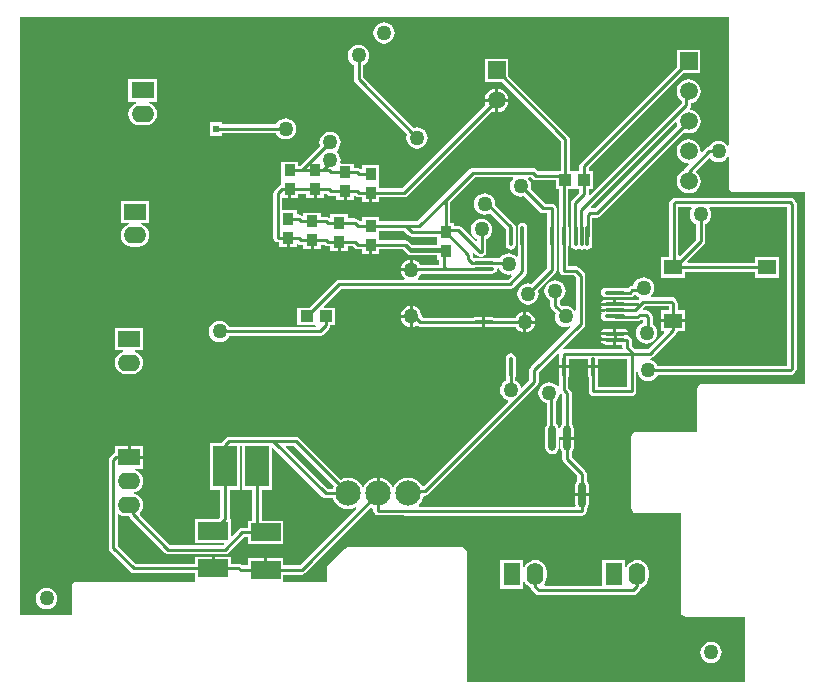
<source format=gbl>
G04*
G04 #@! TF.GenerationSoftware,Altium Limited,Altium Designer,19.1.5 (86)*
G04*
G04 Layer_Physical_Order=2*
G04 Layer_Color=16711680*
%FSLAX25Y25*%
%MOIN*%
G70*
G01*
G75*
%ADD16C,0.01000*%
%ADD17R,0.04134X0.03937*%
%ADD22O,0.02362X0.08661*%
%ADD23R,0.06122X0.05118*%
%ADD25R,0.02264X0.02441*%
%ADD43O,0.07087X0.01181*%
%ADD44O,0.01181X0.07087*%
%ADD45C,0.05906*%
%ADD46R,0.05906X0.05906*%
%ADD47O,0.07500X0.05500*%
%ADD48R,0.07500X0.05500*%
%ADD49O,0.05500X0.07500*%
%ADD50R,0.05500X0.07500*%
%ADD51C,0.08465*%
%ADD52C,0.05000*%
%ADD53R,0.07874X0.13780*%
%ADD54R,0.03740X0.03937*%
%ADD55R,0.09843X0.05906*%
G36*
X466471Y350007D02*
X465971Y349878D01*
X465496Y350496D01*
X464765Y351057D01*
X463914Y351410D01*
X463000Y351530D01*
X462086Y351410D01*
X461235Y351057D01*
X460504Y350496D01*
X459943Y349765D01*
X459845Y349529D01*
X459750D01*
X459165Y349413D01*
X458669Y349081D01*
X457420Y347833D01*
X456974Y348094D01*
X456851Y349032D01*
X456453Y349993D01*
X455819Y350819D01*
X454993Y351453D01*
X454032Y351851D01*
X453000Y351987D01*
X451968Y351851D01*
X451007Y351453D01*
X450181Y350819D01*
X449547Y349993D01*
X449149Y349032D01*
X449013Y348000D01*
X449149Y346968D01*
X449547Y346007D01*
X450181Y345181D01*
X451007Y344547D01*
X451968Y344149D01*
X452906Y344026D01*
X453167Y343580D01*
X451919Y342331D01*
X451587Y341835D01*
X451556Y341680D01*
X451007Y341453D01*
X450181Y340819D01*
X449547Y339993D01*
X449149Y339032D01*
X449013Y338000D01*
X449149Y336968D01*
X449547Y336007D01*
X450181Y335181D01*
X451007Y334547D01*
X451968Y334149D01*
X453000Y334013D01*
X454032Y334149D01*
X454993Y334547D01*
X455819Y335181D01*
X456453Y336007D01*
X456851Y336968D01*
X456987Y338000D01*
X456851Y339032D01*
X456453Y339993D01*
X455819Y340819D01*
X455505Y341060D01*
X455472Y341559D01*
X459764Y345851D01*
X460263Y345818D01*
X460504Y345504D01*
X461235Y344943D01*
X462086Y344590D01*
X463000Y344470D01*
X463914Y344590D01*
X464765Y344943D01*
X465496Y345504D01*
X465971Y346122D01*
X466471Y345993D01*
Y336000D01*
X466587Y335415D01*
X466919Y334919D01*
X467415Y334587D01*
X468000Y334471D01*
X491971D01*
Y270529D01*
X457500D01*
X456915Y270413D01*
X456419Y270081D01*
X456087Y269585D01*
X455971Y269000D01*
Y254529D01*
X435500D01*
X434915Y254413D01*
X434419Y254081D01*
X434087Y253585D01*
X433971Y253000D01*
Y229000D01*
X434087Y228415D01*
X434419Y227919D01*
X434915Y227587D01*
X435500Y227471D01*
X450471D01*
Y194500D01*
X450587Y193915D01*
X450919Y193419D01*
X451415Y193087D01*
X452000Y192971D01*
X471971D01*
Y171029D01*
X379029D01*
Y214500D01*
X378913Y215085D01*
X378581Y215581D01*
X378085Y215913D01*
X377500Y216029D01*
X339500D01*
X338915Y215913D01*
X338419Y215581D01*
X332919Y210081D01*
X332587Y209585D01*
X332471Y209000D01*
Y204529D01*
X317921D01*
Y206951D01*
X323980D01*
X324566Y207067D01*
X325062Y207399D01*
X347025Y229362D01*
X347971Y228970D01*
Y228300D01*
X348087Y227715D01*
X348419Y227219D01*
X348915Y226887D01*
X349500Y226771D01*
X357690D01*
X357815Y226687D01*
X358400Y226571D01*
X417500D01*
X418085Y226687D01*
X418581Y227019D01*
X418913Y227515D01*
X419029Y228100D01*
Y228800D01*
X419072Y228829D01*
X419555Y229551D01*
X419724Y230402D01*
Y233051D01*
X415276D01*
Y230402D01*
X415353Y230016D01*
X415036Y229629D01*
X363177D01*
X363016Y230103D01*
X363232Y230268D01*
X364070Y231361D01*
X364598Y232634D01*
X364681Y233265D01*
X365232D01*
X365818Y233382D01*
X366314Y233714D01*
X402581Y269981D01*
X402913Y270477D01*
X403029Y271063D01*
Y274428D01*
X409452Y280850D01*
X409912Y280604D01*
X409892Y280500D01*
Y279567D01*
X409799Y279102D01*
Y276650D01*
X413043D01*
Y278971D01*
X419642D01*
Y276650D01*
X422886D01*
Y278971D01*
X432471D01*
Y269529D01*
X422793D01*
Y272733D01*
X422886Y273197D01*
Y275650D01*
X419642D01*
Y273197D01*
X419734Y272733D01*
Y268000D01*
X419851Y267415D01*
X420182Y266919D01*
X420679Y266587D01*
X421264Y266471D01*
X434000D01*
X434585Y266587D01*
X435081Y266919D01*
X435413Y267415D01*
X435529Y268000D01*
Y274515D01*
X436029Y274547D01*
X436090Y274086D01*
X436443Y273235D01*
X437004Y272504D01*
X437735Y271943D01*
X438586Y271590D01*
X439500Y271470D01*
X440414Y271590D01*
X441265Y271943D01*
X441996Y272504D01*
X442557Y273235D01*
X442655Y273471D01*
X486914D01*
X487500Y273587D01*
X487996Y273919D01*
X488581Y274504D01*
X488913Y275001D01*
X489029Y275586D01*
Y330414D01*
X488913Y330999D01*
X488581Y331496D01*
X487996Y332081D01*
X487500Y332413D01*
X486914Y332529D01*
X448586D01*
X448000Y332413D01*
X447504Y332081D01*
X446919Y331496D01*
X446587Y330999D01*
X446471Y330414D01*
Y312917D01*
X443789D01*
Y305799D01*
X451911D01*
Y307829D01*
X475089D01*
Y305799D01*
X483211D01*
Y312917D01*
X475089D01*
Y310888D01*
X452698D01*
X452507Y311350D01*
X458081Y316924D01*
X458413Y317421D01*
X458529Y318006D01*
Y323845D01*
X458765Y323943D01*
X459496Y324504D01*
X460057Y325235D01*
X460410Y326086D01*
X460530Y327000D01*
X460410Y327914D01*
X460057Y328765D01*
X459860Y329022D01*
X460081Y329471D01*
X485971D01*
Y276529D01*
X442655D01*
X442557Y276765D01*
X441996Y277496D01*
X441265Y278057D01*
X440414Y278410D01*
X439953Y278471D01*
X439985Y278971D01*
X440000D01*
X440585Y279087D01*
X441081Y279419D01*
X448932Y287269D01*
X449263Y287765D01*
X449327Y288083D01*
X451911D01*
Y291142D01*
X447850D01*
X443789D01*
Y288083D01*
X444767D01*
X444958Y287621D01*
X439366Y282029D01*
X435116D01*
X435081Y282081D01*
X434029Y283134D01*
Y285205D01*
X433913Y285790D01*
X433581Y286286D01*
X433085Y286618D01*
X432825Y286670D01*
X432825Y286673D01*
X428350D01*
X423875D01*
X423899Y286553D01*
X424142Y286189D01*
X423899Y285825D01*
X423875Y285705D01*
X428350D01*
Y285205D01*
X428850D01*
Y283583D01*
X430971D01*
Y282500D01*
X430987Y282416D01*
X430670Y282029D01*
X411421D01*
X411317Y282009D01*
X411071Y282470D01*
X418081Y289480D01*
X418413Y289976D01*
X418529Y290561D01*
Y306614D01*
X418413Y307200D01*
X418082Y307696D01*
X416496Y309281D01*
X416000Y309613D01*
X415414Y309729D01*
X412951D01*
Y316434D01*
X413043Y316898D01*
Y322803D01*
X412951Y323267D01*
Y335531D01*
X414583D01*
X414917Y335531D01*
X415417Y335531D01*
X416620D01*
Y334283D01*
X414123Y331786D01*
X413792Y331290D01*
X413675Y330705D01*
Y319850D01*
X413736Y319542D01*
Y316898D01*
X413860Y316277D01*
X414212Y315751D01*
X414738Y315399D01*
X415358Y315276D01*
X415979Y315399D01*
X416342Y315642D01*
X416706Y315399D01*
X417327Y315276D01*
X417947Y315399D01*
X418311Y315642D01*
X418675Y315399D01*
X419295Y315276D01*
X419916Y315399D01*
X420442Y315751D01*
X420793Y316277D01*
X420917Y316898D01*
Y319700D01*
X420947Y319850D01*
Y325971D01*
X422500D01*
X423085Y326087D01*
X423581Y326419D01*
X451504Y354341D01*
X451968Y354149D01*
X453000Y354013D01*
X454032Y354149D01*
X454993Y354547D01*
X455819Y355181D01*
X456453Y356007D01*
X456851Y356968D01*
X456987Y358000D01*
X456851Y359032D01*
X456453Y359993D01*
X455819Y360819D01*
X454993Y361453D01*
X454032Y361851D01*
X453495Y361922D01*
X453315Y362450D01*
X453331Y362466D01*
X453663Y362962D01*
X453779Y363547D01*
Y364116D01*
X454032Y364149D01*
X454993Y364547D01*
X455819Y365181D01*
X456453Y366007D01*
X456851Y366968D01*
X456987Y368000D01*
X456851Y369032D01*
X456453Y369993D01*
X455819Y370819D01*
X454993Y371453D01*
X454032Y371851D01*
X453000Y371987D01*
X451968Y371851D01*
X451007Y371453D01*
X450181Y370819D01*
X449547Y369993D01*
X449149Y369032D01*
X449013Y368000D01*
X449149Y366968D01*
X449547Y366007D01*
X450181Y365181D01*
X450721Y364767D01*
Y364181D01*
X420172Y333632D01*
X419679Y333846D01*
Y335531D01*
X421216D01*
Y341469D01*
X419679D01*
Y342516D01*
X451210Y374047D01*
X456953D01*
Y381953D01*
X449047D01*
Y376210D01*
X417068Y344231D01*
X416737Y343735D01*
X416620Y343150D01*
Y341822D01*
X416267Y341469D01*
X415083Y341469D01*
X414583Y341469D01*
X413380D01*
Y352150D01*
X413263Y352735D01*
X412932Y353231D01*
X392953Y373210D01*
Y378953D01*
X385047D01*
Y371047D01*
X390790D01*
X410321Y351516D01*
Y341498D01*
X402822D01*
X402270Y342050D01*
X401774Y342382D01*
X401188Y342498D01*
X381069D01*
X380483Y342382D01*
X379987Y342050D01*
X370919Y332981D01*
X370919Y332981D01*
X362616Y324679D01*
X349870D01*
Y326118D01*
X344130D01*
Y324679D01*
X343334D01*
X342781Y325231D01*
X342285Y325563D01*
X341700Y325679D01*
X339370D01*
Y327118D01*
X333630D01*
Y326087D01*
X333554Y326009D01*
X333130Y325832D01*
X332785Y326063D01*
X332200Y326179D01*
X330370D01*
Y327618D01*
X324630D01*
Y326740D01*
X324130Y326533D01*
X324081Y326581D01*
X323585Y326913D01*
X323000Y327029D01*
X322370D01*
Y328468D01*
X317629D01*
Y332382D01*
X319500D01*
Y335350D01*
X320500D01*
Y332382D01*
X322870D01*
Y333821D01*
X325630D01*
Y332382D01*
X328000D01*
Y335350D01*
X329000D01*
Y332382D01*
X331370D01*
Y333821D01*
X332467D01*
X332668Y333619D01*
X333164Y333288D01*
X333750Y333171D01*
X335630D01*
Y331732D01*
X338000D01*
Y334701D01*
X339000D01*
Y331732D01*
X341370D01*
Y333163D01*
X341870Y333168D01*
X341919Y333119D01*
X342415Y332788D01*
X343000Y332671D01*
X344130D01*
Y331232D01*
X346500D01*
Y334201D01*
X347500D01*
Y331232D01*
X349870D01*
Y332671D01*
X358201D01*
X358786Y332788D01*
X359282Y333119D01*
X387504Y361341D01*
X387968Y361149D01*
X388500Y361079D01*
Y364500D01*
X385079D01*
X385149Y363968D01*
X385341Y363504D01*
X357567Y335730D01*
X349870D01*
Y337032D01*
X349870Y337169D01*
Y337531D01*
X349870Y337669D01*
Y343468D01*
X344130D01*
Y342038D01*
X343630Y342033D01*
X343581Y342081D01*
X343085Y342413D01*
X342500Y342529D01*
X341370D01*
Y343969D01*
X337375D01*
X336960Y344468D01*
X337030Y345000D01*
X336910Y345914D01*
X336557Y346765D01*
X335996Y347496D01*
X335665Y347750D01*
Y348250D01*
X335996Y348504D01*
X336557Y349235D01*
X336910Y350086D01*
X337030Y351000D01*
X336910Y351914D01*
X336557Y352765D01*
X335996Y353496D01*
X335265Y354057D01*
X334414Y354410D01*
X333500Y354530D01*
X332586Y354410D01*
X331735Y354057D01*
X331004Y353496D01*
X330443Y352765D01*
X330090Y351914D01*
X329970Y351000D01*
X330090Y350086D01*
X330188Y349851D01*
X323516Y343179D01*
X322870D01*
Y344618D01*
X317130D01*
Y338819D01*
X317130Y338681D01*
Y338319D01*
X317130Y338181D01*
Y336816D01*
X316865Y336763D01*
X316369Y336432D01*
X315019Y335081D01*
X314687Y334585D01*
X314571Y334000D01*
Y319201D01*
X314687Y318616D01*
X315019Y318119D01*
X315515Y317788D01*
X316100Y317671D01*
X316630D01*
Y316232D01*
X319000D01*
Y319201D01*
X320000D01*
Y316232D01*
X322370D01*
Y317035D01*
X322870Y317201D01*
X323265Y316937D01*
X323850Y316821D01*
X324630D01*
Y315382D01*
X327000D01*
Y318350D01*
X328000D01*
Y315382D01*
X330370D01*
Y316821D01*
X331567D01*
X331619Y316769D01*
X332115Y316437D01*
X332700Y316321D01*
X333630D01*
Y314882D01*
X336000D01*
Y317850D01*
X337000D01*
Y314882D01*
X339370D01*
Y316321D01*
X341067D01*
X341619Y315769D01*
X342115Y315437D01*
X342700Y315321D01*
X344130D01*
Y313882D01*
X346500D01*
Y316850D01*
X347500D01*
Y313882D01*
X349870D01*
Y315321D01*
X357867D01*
X359419Y313769D01*
X359915Y313437D01*
X360500Y313321D01*
X369130D01*
Y311882D01*
X369971D01*
Y310234D01*
X363570D01*
X363557Y310265D01*
X362996Y310996D01*
X362265Y311557D01*
X361414Y311910D01*
X361000Y311964D01*
Y308500D01*
X360500D01*
Y308000D01*
X357036D01*
X357090Y307586D01*
X357443Y306735D01*
X358004Y306004D01*
X358345Y305742D01*
X358175Y305242D01*
X336512D01*
X335927Y305126D01*
X335430Y304794D01*
X326605Y295969D01*
X322634D01*
Y290032D01*
X328433D01*
X328616Y290032D01*
X328840Y289720D01*
X328854Y289659D01*
X328784Y289529D01*
X299804D01*
X299707Y289765D01*
X299146Y290496D01*
X298415Y291057D01*
X297563Y291410D01*
X296650Y291530D01*
X295736Y291410D01*
X294884Y291057D01*
X294153Y290496D01*
X293592Y289765D01*
X293240Y288914D01*
X293119Y288000D01*
X293240Y287086D01*
X293592Y286235D01*
X294153Y285504D01*
X294884Y284943D01*
X295736Y284590D01*
X296650Y284470D01*
X297563Y284590D01*
X298415Y284943D01*
X299146Y285504D01*
X299707Y286235D01*
X299804Y286471D01*
X330000D01*
X330585Y286587D01*
X331081Y286919D01*
X333081Y288919D01*
X333413Y289415D01*
X333529Y290000D01*
Y290032D01*
X335067D01*
Y295969D01*
X331584D01*
X331393Y296430D01*
X337145Y302183D01*
X393354D01*
X393940Y302300D01*
X394436Y302631D01*
X398723Y306919D01*
X399055Y307415D01*
X399171Y308000D01*
Y316434D01*
X399264Y316898D01*
Y322803D01*
X399140Y323424D01*
X398788Y323950D01*
X398262Y324301D01*
X397642Y324425D01*
X397021Y324301D01*
X396495Y323950D01*
X396144Y323424D01*
X396020Y322803D01*
Y316898D01*
X396112Y316434D01*
Y313015D01*
X395612Y312845D01*
X395496Y312996D01*
X394765Y313557D01*
X393914Y313910D01*
X393000Y314030D01*
X392086Y313910D01*
X391235Y313557D01*
X390504Y312996D01*
X390082Y312447D01*
X384650D01*
X384650Y312447D01*
X381302D01*
X381115Y312633D01*
Y313465D01*
X381016Y313964D01*
X381250Y314172D01*
X381429Y314258D01*
X382268Y313419D01*
X382764Y313087D01*
X383350Y312971D01*
X384000D01*
X384585Y313087D01*
X385081Y313419D01*
X385413Y313915D01*
X385529Y314500D01*
Y318845D01*
X385765Y318943D01*
X386496Y319504D01*
X387057Y320235D01*
X387410Y321086D01*
X387530Y322000D01*
X387410Y322914D01*
X387057Y323765D01*
X386496Y324496D01*
X385765Y325057D01*
X384914Y325410D01*
X384000Y325530D01*
X383086Y325410D01*
X382235Y325057D01*
X381504Y324496D01*
X380943Y323765D01*
X380590Y322914D01*
X380470Y322000D01*
X380590Y321086D01*
X380943Y320235D01*
X381504Y319504D01*
X382235Y318943D01*
X382471Y318845D01*
Y318195D01*
X382009Y318004D01*
X377281Y322731D01*
X376785Y323063D01*
X376200Y323179D01*
X374870D01*
Y324118D01*
X373529D01*
Y331266D01*
X381702Y339439D01*
X394347D01*
X394460Y338939D01*
X393943Y338265D01*
X393590Y337414D01*
X393470Y336500D01*
X393590Y335586D01*
X393943Y334735D01*
X394504Y334004D01*
X395235Y333443D01*
X396086Y333090D01*
X397000Y332970D01*
X397914Y333090D01*
X398149Y333188D01*
X403403Y327934D01*
X403899Y327603D01*
X404484Y327486D01*
X405955D01*
Y323267D01*
X405863Y322803D01*
Y316898D01*
X405955Y316434D01*
Y309118D01*
X400649Y303812D01*
X400414Y303910D01*
X399500Y304030D01*
X398586Y303910D01*
X397735Y303557D01*
X397004Y302996D01*
X396443Y302265D01*
X396090Y301414D01*
X395970Y300500D01*
X396090Y299586D01*
X396443Y298735D01*
X397004Y298004D01*
X397735Y297443D01*
X398586Y297090D01*
X399500Y296970D01*
X400414Y297090D01*
X401265Y297443D01*
X401996Y298004D01*
X402557Y298735D01*
X402910Y299586D01*
X403030Y300500D01*
X402910Y301414D01*
X402812Y301649D01*
X408566Y307403D01*
X408897Y307899D01*
X409014Y308484D01*
Y316434D01*
X409106Y316898D01*
Y322803D01*
X409014Y323267D01*
Y329016D01*
X408897Y329601D01*
X408566Y330097D01*
X408070Y330429D01*
X407484Y330545D01*
X405118D01*
X400312Y335351D01*
X400410Y335586D01*
X400530Y336500D01*
X400410Y337414D01*
X400057Y338265D01*
X399540Y338939D01*
X399653Y339439D01*
X400555D01*
X401107Y338887D01*
X401603Y338556D01*
X402188Y338439D01*
X408783D01*
Y335531D01*
X409892D01*
Y323267D01*
X409799Y322803D01*
Y316898D01*
X409892Y316434D01*
Y308200D01*
X410008Y307615D01*
X410340Y307119D01*
X410836Y306787D01*
X411421Y306671D01*
X414781D01*
X415471Y305981D01*
Y295007D01*
X414971Y294878D01*
X414496Y295496D01*
X413765Y296057D01*
X412914Y296410D01*
X412000Y296530D01*
X411086Y296410D01*
X410851Y296312D01*
X410029Y297133D01*
Y298345D01*
X410265Y298443D01*
X410996Y299004D01*
X411557Y299735D01*
X411910Y300586D01*
X412030Y301500D01*
X411910Y302414D01*
X411557Y303265D01*
X410996Y303996D01*
X410265Y304557D01*
X409414Y304910D01*
X408500Y305030D01*
X407586Y304910D01*
X406735Y304557D01*
X406004Y303996D01*
X405443Y303265D01*
X405090Y302414D01*
X404970Y301500D01*
X405090Y300586D01*
X405443Y299735D01*
X406004Y299004D01*
X406735Y298443D01*
X406971Y298345D01*
Y296500D01*
X407087Y295915D01*
X407419Y295419D01*
X408688Y294149D01*
X408590Y293914D01*
X408470Y293000D01*
X408590Y292086D01*
X408943Y291235D01*
X409504Y290504D01*
X410235Y289943D01*
X411086Y289590D01*
X412000Y289470D01*
X412914Y289590D01*
X413332Y289763D01*
X413615Y289340D01*
X400419Y276143D01*
X400087Y275646D01*
X399971Y275061D01*
Y271696D01*
X397577Y269302D01*
X397076Y269508D01*
X396762Y270265D01*
X396201Y270996D01*
X395470Y271557D01*
X395234Y271655D01*
Y272733D01*
X395326Y273197D01*
Y279102D01*
X395203Y279723D01*
X394851Y280249D01*
X394325Y280601D01*
X393705Y280724D01*
X393084Y280601D01*
X392558Y280249D01*
X392207Y279723D01*
X392083Y279102D01*
Y273197D01*
X392175Y272733D01*
Y271655D01*
X391940Y271557D01*
X391209Y270996D01*
X390648Y270265D01*
X390295Y269414D01*
X390175Y268500D01*
X390295Y267586D01*
X390648Y266735D01*
X391209Y266004D01*
X391940Y265443D01*
X392697Y265129D01*
X392903Y264628D01*
X364663Y236388D01*
X364150Y236447D01*
X364070Y236639D01*
X363232Y237732D01*
X362139Y238570D01*
X360866Y239098D01*
X359500Y239277D01*
X358134Y239098D01*
X356861Y238570D01*
X355768Y237732D01*
X354930Y236639D01*
X354750Y236205D01*
X354250D01*
X354070Y236639D01*
X353232Y237732D01*
X352139Y238570D01*
X350866Y239098D01*
X350000Y239212D01*
Y234000D01*
X349000D01*
Y239212D01*
X348134Y239098D01*
X346861Y238570D01*
X345768Y237732D01*
X344930Y236639D01*
X344750Y236205D01*
X344250D01*
X344070Y236639D01*
X343232Y237732D01*
X342139Y238570D01*
X340866Y239098D01*
X339500Y239277D01*
X338134Y239098D01*
X337025Y238638D01*
X323181Y252481D01*
X322685Y252813D01*
X322100Y252929D01*
X299900D01*
X299315Y252813D01*
X298819Y252481D01*
X297419Y251081D01*
X297290Y250890D01*
X293563D01*
Y235110D01*
X296971D01*
Y226133D01*
X296290Y225453D01*
X288579D01*
Y217547D01*
X298031D01*
X298222Y217085D01*
X297867Y216729D01*
X280234D01*
X269996Y226967D01*
X270029Y227466D01*
X270175Y227577D01*
X270776Y228361D01*
X271153Y229273D01*
X271282Y230252D01*
X271153Y231231D01*
X270776Y232143D01*
X270175Y232927D01*
X269391Y233528D01*
X268479Y233906D01*
X268241Y233937D01*
Y234441D01*
X268479Y234472D01*
X269391Y234850D01*
X270175Y235452D01*
X270776Y236235D01*
X271153Y237147D01*
X271282Y238126D01*
X271153Y239105D01*
X270776Y240017D01*
X270175Y240800D01*
X269391Y241402D01*
X268479Y241779D01*
X268588Y242250D01*
X271250D01*
Y245500D01*
X266500D01*
Y246000D01*
X266000D01*
Y249750D01*
X261750D01*
Y247440D01*
X261615Y247413D01*
X261119Y247081D01*
X260119Y246081D01*
X259787Y245585D01*
X259671Y245000D01*
Y215780D01*
X259787Y215195D01*
X260119Y214699D01*
X266919Y207899D01*
X267415Y207567D01*
X268000Y207451D01*
X288579D01*
Y205028D01*
X288579D01*
X288575Y204529D01*
X249000D01*
X248415Y204413D01*
X247919Y204081D01*
X247587Y203585D01*
X247471Y203000D01*
Y193529D01*
X230029D01*
Y392971D01*
X466471D01*
Y350007D01*
D02*
G37*
G36*
X449078Y357505D02*
X449149Y356968D01*
X449341Y356504D01*
X421867Y329029D01*
X420602D01*
X420395Y329529D01*
X448550Y357685D01*
X449078Y357505D01*
D02*
G37*
G36*
X359619Y320068D02*
X360115Y319737D01*
X360700Y319620D01*
X369130D01*
Y318319D01*
X369130Y318181D01*
X369130D01*
Y317819D01*
X369130D01*
Y316880D01*
X360834D01*
X359781Y317932D01*
X359285Y318263D01*
X358700Y318380D01*
X349870D01*
Y319819D01*
X349870D01*
Y320181D01*
X349870D01*
Y321620D01*
X358067D01*
X359619Y320068D01*
D02*
G37*
G36*
X454140Y329022D02*
X453943Y328765D01*
X453590Y327914D01*
X453470Y327000D01*
X453590Y326086D01*
X453943Y325235D01*
X454504Y324504D01*
X455235Y323943D01*
X455471Y323845D01*
Y318639D01*
X450029Y313198D01*
X449529Y313405D01*
Y329471D01*
X453919D01*
X454140Y329022D01*
D02*
G37*
G36*
X389834Y308998D02*
X389943Y308735D01*
X390504Y308004D01*
X391235Y307443D01*
X392086Y307090D01*
X393000Y306970D01*
X393854Y307082D01*
X393966Y306967D01*
X394109Y306630D01*
X392721Y305242D01*
X362825D01*
X362655Y305742D01*
X362996Y306004D01*
X363557Y306735D01*
X363740Y307175D01*
X384650D01*
X384800Y307205D01*
X387602D01*
X388223Y307329D01*
X388749Y307680D01*
X389101Y308206D01*
X389224Y308827D01*
X389696Y309019D01*
X389834Y308998D01*
D02*
G37*
G36*
X334862Y236475D02*
X334470Y235529D01*
X332633D01*
X318754Y249409D01*
X318946Y249871D01*
X321466D01*
X334862Y236475D01*
D02*
G37*
G36*
X304193Y235110D02*
X307601D01*
Y224953D01*
X306079D01*
Y222529D01*
X304300D01*
X303715Y222413D01*
X303219Y222081D01*
X300883Y219746D01*
X300421Y219937D01*
Y225453D01*
X300068D01*
X300029Y225500D01*
Y235110D01*
X303437D01*
Y249871D01*
X304193D01*
Y235110D01*
D02*
G37*
G36*
X330919Y232919D02*
X331415Y232587D01*
X332000Y232471D01*
X334470D01*
X334930Y231361D01*
X335768Y230268D01*
X336861Y229430D01*
X338134Y228902D01*
X339500Y228723D01*
X340866Y228902D01*
X342004Y229374D01*
X342287Y228950D01*
X323347Y210010D01*
X317921D01*
Y212433D01*
X312500D01*
Y208480D01*
X311500D01*
Y212433D01*
X306079D01*
Y210010D01*
X304134D01*
X304081Y210062D01*
X303585Y210393D01*
X303000Y210510D01*
X300421D01*
Y212933D01*
X295000D01*
Y208980D01*
X294000D01*
Y212933D01*
X288579D01*
Y210510D01*
X268634D01*
X262729Y216414D01*
Y227021D01*
X263229Y227268D01*
X263609Y226976D01*
X264521Y226599D01*
X265500Y226470D01*
X266376D01*
X266387Y226415D01*
X266719Y225919D01*
X278519Y214119D01*
X279015Y213787D01*
X279600Y213671D01*
X298500D01*
X299085Y213787D01*
X299581Y214119D01*
X304934Y219471D01*
X306079D01*
Y217047D01*
X317921D01*
Y224953D01*
X310659D01*
Y235110D01*
X314067D01*
Y249117D01*
X314529Y249308D01*
X330919Y232919D01*
D02*
G37*
%LPC*%
G36*
X351500Y391030D02*
X350586Y390910D01*
X349735Y390557D01*
X349004Y389996D01*
X348443Y389265D01*
X348090Y388414D01*
X347970Y387500D01*
X348090Y386586D01*
X348443Y385735D01*
X349004Y385004D01*
X349735Y384443D01*
X350586Y384090D01*
X351500Y383970D01*
X352414Y384090D01*
X353265Y384443D01*
X353996Y385004D01*
X354557Y385735D01*
X354910Y386586D01*
X355030Y387500D01*
X354910Y388414D01*
X354557Y389265D01*
X353996Y389996D01*
X353265Y390557D01*
X352414Y390910D01*
X351500Y391030D01*
D02*
G37*
G36*
X389500Y368921D02*
Y365500D01*
X392921D01*
X392851Y366032D01*
X392453Y366993D01*
X391819Y367819D01*
X390993Y368453D01*
X390032Y368851D01*
X389500Y368921D01*
D02*
G37*
G36*
X388500D02*
X387968Y368851D01*
X387007Y368453D01*
X386181Y367819D01*
X385547Y366993D01*
X385149Y366032D01*
X385079Y365500D01*
X388500D01*
Y368921D01*
D02*
G37*
G36*
X392921Y364500D02*
X389500D01*
Y361079D01*
X390032Y361149D01*
X390993Y361547D01*
X391819Y362181D01*
X392453Y363007D01*
X392851Y363968D01*
X392921Y364500D01*
D02*
G37*
G36*
X318650Y359050D02*
X317736Y358929D01*
X316884Y358577D01*
X316153Y358016D01*
X315592Y357285D01*
X315495Y357049D01*
X297632D01*
Y357740D01*
X293368D01*
Y353299D01*
X297632D01*
Y353990D01*
X315495D01*
X315592Y353754D01*
X316153Y353023D01*
X316884Y352462D01*
X317736Y352110D01*
X318650Y351989D01*
X319563Y352110D01*
X320415Y352462D01*
X321146Y353023D01*
X321707Y353754D01*
X322059Y354606D01*
X322180Y355520D01*
X322059Y356433D01*
X321707Y357285D01*
X321146Y358016D01*
X320415Y358577D01*
X319563Y358929D01*
X318650Y359050D01*
D02*
G37*
G36*
X275750Y372124D02*
X266250D01*
Y364624D01*
X268912D01*
X269021Y364154D01*
X268109Y363776D01*
X267325Y363175D01*
X266724Y362391D01*
X266347Y361479D01*
X266218Y360500D01*
X266347Y359521D01*
X266724Y358609D01*
X267325Y357825D01*
X268109Y357224D01*
X269021Y356846D01*
X270000Y356718D01*
X272000D01*
X272979Y356846D01*
X273891Y357224D01*
X274675Y357825D01*
X275276Y358609D01*
X275654Y359521D01*
X275782Y360500D01*
X275654Y361479D01*
X275276Y362391D01*
X274675Y363175D01*
X273891Y363776D01*
X272979Y364154D01*
X273088Y364624D01*
X275750D01*
Y372124D01*
D02*
G37*
G36*
X343000Y383530D02*
X342086Y383410D01*
X341235Y383057D01*
X340504Y382496D01*
X339943Y381765D01*
X339590Y380914D01*
X339470Y380000D01*
X339590Y379086D01*
X339943Y378235D01*
X340504Y377504D01*
X341235Y376943D01*
X341471Y376845D01*
Y372000D01*
X341587Y371415D01*
X341919Y370919D01*
X359188Y353649D01*
X359090Y353414D01*
X358970Y352500D01*
X359090Y351586D01*
X359443Y350735D01*
X360004Y350004D01*
X360735Y349443D01*
X361586Y349090D01*
X362500Y348970D01*
X363414Y349090D01*
X364265Y349443D01*
X364996Y350004D01*
X365557Y350735D01*
X365910Y351586D01*
X366030Y352500D01*
X365910Y353414D01*
X365557Y354265D01*
X364996Y354996D01*
X364265Y355557D01*
X363414Y355910D01*
X362500Y356030D01*
X361586Y355910D01*
X361351Y355812D01*
X344529Y372634D01*
Y376845D01*
X344765Y376943D01*
X345496Y377504D01*
X346057Y378235D01*
X346410Y379086D01*
X346530Y380000D01*
X346410Y380914D01*
X346057Y381765D01*
X345496Y382496D01*
X344765Y383057D01*
X343914Y383410D01*
X343000Y383530D01*
D02*
G37*
G36*
X273250Y331624D02*
X263750D01*
Y324124D01*
X266412D01*
X266521Y323654D01*
X265609Y323276D01*
X264826Y322674D01*
X264224Y321891D01*
X263846Y320979D01*
X263718Y320000D01*
X263846Y319021D01*
X264224Y318109D01*
X264826Y317325D01*
X265609Y316724D01*
X266521Y316347D01*
X267500Y316218D01*
X269500D01*
X270479Y316347D01*
X271391Y316724D01*
X272175Y317325D01*
X272776Y318109D01*
X273153Y319021D01*
X273282Y320000D01*
X273153Y320979D01*
X272776Y321891D01*
X272175Y322674D01*
X271391Y323276D01*
X270479Y323654D01*
X270588Y324124D01*
X273250D01*
Y331624D01*
D02*
G37*
G36*
X385000Y334030D02*
X384086Y333910D01*
X383235Y333557D01*
X382504Y332996D01*
X381943Y332265D01*
X381590Y331414D01*
X381470Y330500D01*
X381590Y329586D01*
X381943Y328735D01*
X382504Y328004D01*
X383235Y327443D01*
X384086Y327090D01*
X385000Y326970D01*
X385914Y327090D01*
X386765Y327443D01*
X386815Y327481D01*
X392083Y322213D01*
Y316898D01*
X392207Y316277D01*
X392558Y315751D01*
X393084Y315399D01*
X393705Y315276D01*
X394325Y315399D01*
X394851Y315751D01*
X395203Y316277D01*
X395326Y316898D01*
Y322803D01*
X395203Y323424D01*
X394851Y323950D01*
X394325Y324301D01*
X394319Y324303D01*
X388483Y330139D01*
X388530Y330500D01*
X388410Y331414D01*
X388057Y332265D01*
X387496Y332996D01*
X386765Y333557D01*
X385914Y333910D01*
X385000Y334030D01*
D02*
G37*
G36*
X360000Y311964D02*
X359586Y311910D01*
X358735Y311557D01*
X358004Y310996D01*
X357443Y310265D01*
X357090Y309414D01*
X357036Y309000D01*
X360000D01*
Y311964D01*
D02*
G37*
G36*
X438000Y306030D02*
X437086Y305910D01*
X436235Y305557D01*
X435504Y304996D01*
X434943Y304265D01*
X434590Y303414D01*
X434570Y303264D01*
X434176D01*
X433590Y303148D01*
X433094Y302816D01*
X432760Y302482D01*
X431767D01*
X431303Y302574D01*
X425398D01*
X424777Y302451D01*
X424251Y302099D01*
X423899Y301573D01*
X423776Y300953D01*
X423899Y300332D01*
X424251Y299806D01*
X424777Y299454D01*
X425398Y299331D01*
X431303D01*
X431767Y299423D01*
X433394D01*
X433979Y299540D01*
X434475Y299871D01*
X434809Y300205D01*
X435349D01*
X435504Y300004D01*
X436235Y299443D01*
X436474Y299344D01*
X436570Y298861D01*
X436207Y298498D01*
X435968Y298545D01*
X431767D01*
X431303Y298638D01*
X428850D01*
Y297016D01*
X428350D01*
Y296516D01*
X423875D01*
X423899Y296395D01*
X424142Y296031D01*
X423899Y295668D01*
X423875Y295547D01*
X428350D01*
Y294701D01*
X425398D01*
X424777Y294577D01*
X424732Y294547D01*
X423875D01*
X423899Y294427D01*
X424142Y294063D01*
X423899Y293699D01*
X423776Y293079D01*
X423899Y292458D01*
X424251Y291932D01*
X424777Y291581D01*
X425398Y291457D01*
X428200D01*
X428350Y291427D01*
X436051D01*
X436636Y291544D01*
X437132Y291875D01*
X437228Y291971D01*
X437971D01*
Y290862D01*
X437235Y290557D01*
X436504Y289996D01*
X435943Y289265D01*
X435590Y288414D01*
X435470Y287500D01*
X435590Y286586D01*
X435943Y285735D01*
X436504Y285004D01*
X437235Y284443D01*
X438086Y284090D01*
X439000Y283970D01*
X439914Y284090D01*
X440765Y284443D01*
X441496Y285004D01*
X442057Y285735D01*
X442410Y286586D01*
X442530Y287500D01*
X442410Y288414D01*
X442057Y289265D01*
X441496Y289996D01*
X441029Y290354D01*
Y292914D01*
X440913Y293499D01*
X440581Y293996D01*
X439996Y294581D01*
X439500Y294913D01*
X438914Y295029D01*
X437861D01*
X437692Y295529D01*
X438570Y296407D01*
X446321D01*
Y295201D01*
X443789D01*
Y292142D01*
X447850D01*
X451911D01*
Y295201D01*
X449380D01*
Y297350D01*
X449263Y297936D01*
X448932Y298432D01*
X448346Y299018D01*
X447850Y299349D01*
X447265Y299466D01*
X440573D01*
X440412Y299939D01*
X440496Y300004D01*
X441057Y300735D01*
X441410Y301586D01*
X441530Y302500D01*
X441410Y303414D01*
X441057Y304265D01*
X440496Y304996D01*
X439765Y305557D01*
X438914Y305910D01*
X438000Y306030D01*
D02*
G37*
G36*
X427850Y298638D02*
X425398D01*
X424777Y298514D01*
X424251Y298163D01*
X423899Y297636D01*
X423875Y297516D01*
X427850D01*
Y298638D01*
D02*
G37*
G36*
X360000Y296464D02*
X359586Y296410D01*
X358735Y296057D01*
X358004Y295496D01*
X357443Y294765D01*
X357090Y293914D01*
X357036Y293500D01*
X360000D01*
Y296464D01*
D02*
G37*
G36*
X397933Y294575D02*
X397519Y294520D01*
X396668Y294167D01*
X395937Y293606D01*
X395376Y292875D01*
X395278Y292640D01*
X388067D01*
X387602Y292732D01*
X385150D01*
Y291110D01*
Y289489D01*
X387602D01*
X388067Y289581D01*
X395278D01*
X395376Y289345D01*
X395937Y288614D01*
X396668Y288053D01*
X397519Y287700D01*
X397933Y287646D01*
Y291110D01*
Y294575D01*
D02*
G37*
G36*
X398933D02*
Y291610D01*
X401897D01*
X401843Y292024D01*
X401490Y292875D01*
X400929Y293606D01*
X400198Y294167D01*
X399347Y294520D01*
X398933Y294575D01*
D02*
G37*
G36*
X360000Y292500D02*
X357036D01*
X357090Y292086D01*
X357443Y291235D01*
X358004Y290504D01*
X358735Y289943D01*
X359586Y289590D01*
X360000Y289536D01*
Y292500D01*
D02*
G37*
G36*
X361000Y296464D02*
Y293000D01*
Y289536D01*
X361414Y289590D01*
X362265Y289943D01*
X362385Y290035D01*
X362391Y290029D01*
X362887Y289697D01*
X363472Y289581D01*
X381233D01*
X381697Y289489D01*
X384150D01*
Y291110D01*
Y292732D01*
X381697D01*
X381233Y292640D01*
X364468D01*
X364030Y293000D01*
X363910Y293914D01*
X363557Y294765D01*
X362996Y295496D01*
X362265Y296057D01*
X361414Y296410D01*
X361000Y296464D01*
D02*
G37*
G36*
X431303Y288795D02*
X428850D01*
Y287673D01*
X432825D01*
X432801Y287794D01*
X432450Y288320D01*
X431924Y288671D01*
X431303Y288795D01*
D02*
G37*
G36*
X427850D02*
X425398D01*
X424777Y288671D01*
X424251Y288320D01*
X423899Y287794D01*
X423875Y287673D01*
X427850D01*
Y288795D01*
D02*
G37*
G36*
X401897Y290610D02*
X398933D01*
Y287646D01*
X399347Y287700D01*
X400198Y288053D01*
X400929Y288614D01*
X401490Y289345D01*
X401843Y290196D01*
X401897Y290610D01*
D02*
G37*
G36*
X427850Y284705D02*
X423875D01*
X423899Y284584D01*
X424251Y284058D01*
X424777Y283706D01*
X425398Y283583D01*
X427850D01*
Y284705D01*
D02*
G37*
G36*
X271250Y289250D02*
X261750D01*
Y281750D01*
X264412D01*
X264521Y281279D01*
X263609Y280902D01*
X262825Y280300D01*
X262224Y279517D01*
X261846Y278605D01*
X261718Y277626D01*
X261846Y276647D01*
X262224Y275735D01*
X262825Y274952D01*
X263609Y274350D01*
X264521Y273973D01*
X265500Y273844D01*
X267500D01*
X268479Y273973D01*
X269391Y274350D01*
X270175Y274952D01*
X270776Y275735D01*
X271153Y276647D01*
X271282Y277626D01*
X271153Y278605D01*
X270776Y279517D01*
X270175Y280300D01*
X269391Y280902D01*
X268479Y281279D01*
X268588Y281750D01*
X271250D01*
Y289250D01*
D02*
G37*
G36*
X413043Y275650D02*
X409799D01*
Y273197D01*
X409892Y272733D01*
Y269650D01*
X409392Y269481D01*
X408996Y269996D01*
X408265Y270557D01*
X407414Y270910D01*
X406500Y271030D01*
X405586Y270910D01*
X404735Y270557D01*
X404004Y269996D01*
X403443Y269265D01*
X403090Y268414D01*
X402970Y267500D01*
X403090Y266586D01*
X403443Y265735D01*
X404004Y265004D01*
X404735Y264443D01*
X405586Y264090D01*
X405710Y264074D01*
Y256845D01*
X405445Y256449D01*
X405276Y255598D01*
Y249299D01*
X405445Y248448D01*
X405928Y247727D01*
X406649Y247245D01*
X407500Y247075D01*
X408351Y247245D01*
X409072Y247727D01*
X409555Y248448D01*
X409724Y249299D01*
Y255598D01*
X409555Y256449D01*
X409072Y257171D01*
X408769Y257374D01*
Y264829D01*
X408996Y265004D01*
X409557Y265735D01*
X409910Y266586D01*
X409984Y267149D01*
X410511Y267326D01*
X410971Y266866D01*
Y257200D01*
X410927Y257171D01*
X410445Y256449D01*
X410276Y255598D01*
Y252949D01*
X414724D01*
Y255598D01*
X414555Y256449D01*
X414073Y257171D01*
X414029Y257200D01*
Y267500D01*
X413913Y268085D01*
X413581Y268581D01*
X412951Y269212D01*
Y272733D01*
X413043Y273197D01*
Y275650D01*
D02*
G37*
G36*
X271250Y249750D02*
X267000D01*
Y246500D01*
X271250D01*
Y249750D01*
D02*
G37*
G36*
X414724Y251949D02*
X410276D01*
Y249299D01*
X410445Y248448D01*
X410927Y247727D01*
X410971Y247698D01*
Y245500D01*
X411087Y244915D01*
X411419Y244419D01*
X415971Y239866D01*
Y238302D01*
X415928Y238273D01*
X415445Y237552D01*
X415276Y236701D01*
Y234051D01*
X419724D01*
Y236701D01*
X419555Y237552D01*
X419072Y238273D01*
X419029Y238302D01*
Y240500D01*
X418913Y241085D01*
X418581Y241581D01*
X414029Y246133D01*
Y247698D01*
X414073Y247727D01*
X414555Y248448D01*
X414724Y249299D01*
Y251949D01*
D02*
G37*
G36*
X435874Y211782D02*
X434895Y211653D01*
X433983Y211276D01*
X433200Y210675D01*
X432598Y209891D01*
X432221Y208979D01*
X431750Y209088D01*
Y211750D01*
X424250D01*
Y203229D01*
X405105D01*
X404858Y203729D01*
X405150Y204109D01*
X405527Y205021D01*
X405656Y206000D01*
Y208000D01*
X405527Y208979D01*
X405150Y209891D01*
X404549Y210675D01*
X403765Y211276D01*
X402853Y211653D01*
X401874Y211782D01*
X400895Y211653D01*
X399983Y211276D01*
X399200Y210675D01*
X398598Y209891D01*
X398220Y208979D01*
X397750Y209088D01*
Y211750D01*
X390250D01*
Y202250D01*
X397750D01*
Y204912D01*
X398220Y205021D01*
X398598Y204109D01*
X399200Y203326D01*
X399983Y202724D01*
X400399Y202552D01*
X400461Y202241D01*
X400793Y201745D01*
X401919Y200619D01*
X402415Y200287D01*
X403000Y200171D01*
X434574D01*
X435159Y200287D01*
X435655Y200619D01*
X436955Y201919D01*
X437287Y202415D01*
X437311Y202536D01*
X437765Y202724D01*
X438549Y203326D01*
X439150Y204109D01*
X439528Y205021D01*
X439656Y206000D01*
Y208000D01*
X439528Y208979D01*
X439150Y209891D01*
X438549Y210675D01*
X437765Y211276D01*
X436853Y211653D01*
X435874Y211782D01*
D02*
G37*
G36*
X239000Y202530D02*
X238086Y202410D01*
X237235Y202057D01*
X236504Y201496D01*
X235943Y200765D01*
X235590Y199914D01*
X235470Y199000D01*
X235590Y198086D01*
X235943Y197235D01*
X236504Y196504D01*
X237235Y195943D01*
X238086Y195590D01*
X239000Y195470D01*
X239914Y195590D01*
X240765Y195943D01*
X241496Y196504D01*
X242057Y197235D01*
X242410Y198086D01*
X242530Y199000D01*
X242410Y199914D01*
X242057Y200765D01*
X241496Y201496D01*
X240765Y202057D01*
X239914Y202410D01*
X239000Y202530D01*
D02*
G37*
G36*
X460500Y184530D02*
X459586Y184410D01*
X458735Y184057D01*
X458004Y183496D01*
X457443Y182765D01*
X457090Y181914D01*
X456970Y181000D01*
X457090Y180086D01*
X457443Y179235D01*
X458004Y178504D01*
X458735Y177943D01*
X459586Y177590D01*
X460500Y177470D01*
X461414Y177590D01*
X462265Y177943D01*
X462996Y178504D01*
X463557Y179235D01*
X463910Y180086D01*
X464030Y181000D01*
X463910Y181914D01*
X463557Y182765D01*
X462996Y183496D01*
X462265Y184057D01*
X461414Y184410D01*
X460500Y184530D01*
D02*
G37*
%LPD*%
D16*
X303500Y208480D02*
X312000D01*
X303000Y208980D02*
X303500Y208480D01*
X294500Y208980D02*
X303000D01*
X360200Y315350D02*
X372000D01*
X372295Y308705D02*
X384650D01*
X412500Y252449D02*
Y267500D01*
X411421Y268579D02*
X412500Y267500D01*
X411421Y268579D02*
Y276150D01*
X397000Y336500D02*
X404484Y329016D01*
X407484D01*
X397642Y308000D02*
Y319850D01*
X393354Y303713D02*
X397642Y308000D01*
Y319850D02*
Y322803D01*
X372000Y321650D02*
X376200D01*
X384650Y310917D02*
X392583D01*
X380668Y310917D02*
X384650D01*
X376200Y321650D02*
X383350Y314500D01*
X384000D01*
Y322000D01*
X343000Y372000D02*
X362500Y352500D01*
X343000Y372000D02*
Y380000D01*
X385000Y330500D02*
X385959D01*
X393705Y322754D01*
Y319850D02*
Y322754D01*
X295500Y355520D02*
X318650D01*
X360500Y314850D02*
X372000D01*
X358500Y316850D02*
X360500Y314850D01*
X428350Y292957D02*
X436051D01*
X459750Y348000D02*
X463000D01*
X453000Y341250D02*
X459750Y348000D01*
X406500Y267500D02*
X407239Y266761D01*
Y252709D02*
Y266761D01*
Y252709D02*
X407500Y252449D01*
X401500Y271063D02*
Y275061D01*
X365232Y234795D02*
X401500Y271063D01*
X360295Y234795D02*
X365232D01*
X359500Y234000D02*
X360295Y234795D01*
X415414Y308200D02*
X417000Y306614D01*
Y290561D02*
Y306614D01*
X401500Y275061D02*
X417000Y290561D01*
X419417Y319850D02*
Y326832D01*
X420086Y327500D01*
X417205Y319850D02*
Y328502D01*
X363472Y291110D02*
X384650D01*
X447850Y309358D02*
X448352D01*
X448000Y309508D02*
Y330414D01*
X448586Y331000D01*
X486914D01*
X447850Y309358D02*
X448000Y309508D01*
X486914Y331000D02*
X487500Y330414D01*
Y275586D02*
Y330414D01*
X486914Y275000D02*
X487500Y275586D01*
X439500Y275000D02*
X486914D01*
X457000Y318006D02*
Y327000D01*
X448352Y309358D02*
X457000Y318006D01*
X439500Y288000D02*
Y292914D01*
X439000Y287500D02*
X439500Y288000D01*
X432500Y282500D02*
X434000Y281000D01*
X432500Y282500D02*
Y285205D01*
X434000Y268000D02*
Y280500D01*
X421264Y268000D02*
X434000D01*
X421264D02*
Y276150D01*
X428350Y285205D02*
X432500D01*
X434000Y280500D02*
X440000D01*
X411421D02*
X434000D01*
X437235Y301735D02*
X438000Y302500D01*
X434176Y301735D02*
X437235D01*
X433394Y300953D02*
X434176Y301735D01*
X428350Y300953D02*
X433394D01*
X336500Y324150D02*
X341700D01*
X332700D02*
X336500D01*
X428350Y285205D02*
Y287173D01*
X447850Y288350D02*
Y291642D01*
X440000Y280500D02*
X447850Y288350D01*
X411421Y276150D02*
Y280500D01*
X336500Y317850D02*
X341700D01*
X332700D02*
X336500D01*
X393705Y268500D02*
Y276150D01*
X332200Y318350D02*
X332700Y317850D01*
X408500Y296500D02*
X412000Y293000D01*
X408500Y296500D02*
Y301500D01*
X324150Y341650D02*
X333500Y351000D01*
X384650Y291110D02*
X398433D01*
X411421Y308200D02*
X415414D01*
X399500Y300500D02*
X407484Y308484D01*
X411421Y308200D02*
Y319850D01*
X407484Y308484D02*
Y319850D01*
X392583Y310917D02*
X393000Y310500D01*
X336512Y303713D02*
X393354D01*
X384650Y310917D02*
Y310917D01*
X372000Y321051D02*
Y321150D01*
Y321051D02*
X379586Y313465D01*
Y312000D02*
Y313465D01*
Y312000D02*
X380668Y310917D01*
X360700Y321150D02*
X372000D01*
X358700Y323150D02*
X360700Y321150D01*
X347000Y323150D02*
X358700D01*
X360500Y293000D02*
X361582D01*
X363472Y291110D01*
X360500Y308500D02*
X360705Y308705D01*
X325799Y293000D02*
X336512Y303713D01*
X360705Y308705D02*
X372295D01*
X372000Y321650D02*
Y331900D01*
X363250Y323150D02*
X372000Y331900D01*
X436492Y296492D02*
X437936Y297936D01*
X435047Y295047D02*
X436492Y296492D01*
X435968Y297016D02*
X436492Y296492D01*
X428350Y297016D02*
X435968D01*
X323850Y324650D02*
X327500D01*
X332200D01*
X332700Y324150D01*
X341700D02*
X342700Y323150D01*
X347000D01*
X333100Y341650D02*
X333750Y341000D01*
X343000Y340500D02*
X347000D01*
X341700Y317850D02*
X342700Y316850D01*
X327500Y318350D02*
X332200D01*
X358700Y316850D02*
X360200Y315350D01*
X319500Y319201D02*
X323000D01*
X323850Y318350D02*
X327500D01*
X338500Y334701D02*
X342500D01*
X343000Y334201D02*
X347000D01*
X320000Y335350D02*
X328500D01*
X412500Y245500D02*
X417500Y240500D01*
X412500Y245500D02*
Y252449D01*
X401874Y202826D02*
Y207000D01*
Y202826D02*
X403000Y201700D01*
X434574D01*
X435874Y203000D01*
X267800Y227000D02*
X279600Y215200D01*
X312000Y208480D02*
X323980D01*
X261200Y245000D02*
X262200Y246000D01*
X261200Y215780D02*
Y245000D01*
Y215780D02*
X268000Y208980D01*
X294500D01*
X358400Y228100D02*
X417500D01*
X358200Y228300D02*
X358400Y228100D01*
X349500Y228300D02*
X358200D01*
X347000Y334201D02*
X358201D01*
X389000Y365000D01*
X298500Y243000D02*
Y250000D01*
X299900Y251400D01*
X314600D02*
X332000Y234000D01*
X339500D01*
X330000Y288000D02*
X332000Y290000D01*
X294500Y221500D02*
X298500Y225500D01*
X309130Y221000D02*
X312000D01*
X452250Y367250D02*
X453000Y368000D01*
X452250Y363547D02*
Y367250D01*
X422500Y327500D02*
X453000Y358000D01*
X420086Y327500D02*
X422500D01*
X447850Y291642D02*
Y297350D01*
X438914Y293500D02*
X439500Y292914D01*
X436594Y293500D02*
X438914D01*
X436051Y292957D02*
X436594Y293500D01*
X371500Y309500D02*
Y314350D01*
Y309500D02*
X372295Y308705D01*
X418150Y333650D02*
Y338500D01*
X320000Y341650D02*
X324150D01*
X328500D01*
X411421Y319850D02*
Y338071D01*
X411850Y338500D02*
Y352150D01*
X407484Y319850D02*
Y329016D01*
X410382Y339969D02*
X411850Y338500D01*
X402188Y339969D02*
X410382D01*
X401188Y340969D02*
X402188Y339969D01*
X381069Y340969D02*
X401188D01*
X332000Y290000D02*
Y293000D01*
X296650Y288000D02*
X330000D01*
X298500Y215200D02*
X304300Y221000D01*
X279600Y215200D02*
X298500D01*
X266500Y230252D02*
X267800D01*
X319500Y325500D02*
X323000D01*
X323850Y324650D01*
X389000Y375000D02*
X411850Y352150D01*
X411421Y338071D02*
X411850Y338500D01*
X342500Y341000D02*
X343000Y340500D01*
X338500Y341000D02*
X342500D01*
X333750D02*
X338500D01*
X418150Y343150D02*
X453000Y378000D01*
X418150Y338500D02*
Y343150D01*
X435874Y203000D02*
Y207000D01*
X298500Y225500D02*
Y243000D01*
X342700Y316850D02*
X347000D01*
X323000Y319201D02*
X323850Y318350D01*
X316100Y319201D02*
X319500D01*
X316100D02*
Y334000D01*
X317450Y335350D01*
X320000D01*
X328500D02*
X333100D01*
X333750Y334701D01*
X338500D01*
X342500D02*
X343000Y334201D01*
X417500Y233551D02*
Y240500D01*
Y228100D02*
Y233551D01*
X349500Y228300D02*
Y234000D01*
X323980Y208480D02*
X349500Y234000D01*
X262200Y246000D02*
X266500D01*
X448352Y309358D02*
X479150D01*
X325701Y293000D02*
X325799D01*
X322100Y251400D02*
X339500Y234000D01*
X333500Y344000D02*
Y345000D01*
X331150Y341650D02*
X333500Y344000D01*
X384650Y308705D02*
Y308827D01*
X371500Y314350D02*
X372000Y314850D01*
X428350Y295047D02*
X435047D01*
X437936Y297936D02*
X447265D01*
X447850Y297350D01*
X415205Y330705D02*
X418150Y333650D01*
X415205Y319850D02*
X415358D01*
X419295D02*
X419417D01*
X417205Y328502D02*
X452250Y363547D01*
X417205Y319850D02*
X417327D01*
X453000Y338000D02*
Y341250D01*
X267800Y227000D02*
Y230252D01*
X304300Y221000D02*
X309130D01*
Y243000D01*
X358700Y323150D02*
X363250D01*
X372000Y331900D02*
X381069Y340969D01*
X328500Y341650D02*
X331150D01*
X333100D01*
X415205Y319850D02*
Y330705D01*
X299900Y251400D02*
X314600D01*
X322100D01*
X347000Y316850D02*
X358500D01*
X358700D01*
X415205Y319850D02*
Y330705D01*
X309130Y221000D02*
Y243000D01*
X267800Y227000D02*
Y230252D01*
D17*
X332000Y293000D02*
D03*
X325701D02*
D03*
X411850Y338500D02*
D03*
X418150D02*
D03*
D22*
X417500Y233551D02*
D03*
X407500Y252449D02*
D03*
X412500D02*
D03*
D23*
X479150Y309358D02*
D03*
X447850Y291642D02*
D03*
Y309358D02*
D03*
D25*
X295500Y355520D02*
D03*
D43*
X384650Y310795D02*
D03*
Y308827D02*
D03*
Y291110D02*
D03*
X428350Y285205D02*
D03*
Y293079D02*
D03*
Y295047D02*
D03*
Y297016D02*
D03*
Y300953D02*
D03*
Y287173D02*
D03*
D44*
X411421Y276150D02*
D03*
X421264D02*
D03*
X419295Y319850D02*
D03*
X417327D02*
D03*
X415358D02*
D03*
X411421D02*
D03*
X407484D02*
D03*
X397642D02*
D03*
X393705D02*
D03*
Y276150D02*
D03*
D45*
X389000Y365000D02*
D03*
X453000Y338000D02*
D03*
Y348000D02*
D03*
Y358000D02*
D03*
Y368000D02*
D03*
D46*
X389000Y375000D02*
D03*
X453000Y378000D02*
D03*
D47*
X271000Y360500D02*
D03*
X266500Y238126D02*
D03*
Y230252D02*
D03*
Y277626D02*
D03*
X268500Y320000D02*
D03*
D48*
X271000Y368374D02*
D03*
X266500Y246000D02*
D03*
Y285500D02*
D03*
X268500Y327874D02*
D03*
D49*
X401874Y207000D02*
D03*
X435874D02*
D03*
D50*
X394000D02*
D03*
X428000D02*
D03*
D51*
X359500Y234000D02*
D03*
X349500D02*
D03*
X339500D02*
D03*
D52*
X460500Y181000D02*
D03*
X239000Y199000D02*
D03*
X351500Y387500D02*
D03*
X397000Y336500D02*
D03*
X343000Y380000D02*
D03*
X385000Y330500D02*
D03*
X463000Y348000D02*
D03*
X406500Y267500D02*
D03*
X457000Y327000D02*
D03*
X439500Y275000D02*
D03*
X439000Y287500D02*
D03*
X438000Y302500D02*
D03*
X393705Y268500D02*
D03*
X412000Y293000D02*
D03*
X408500Y301500D02*
D03*
X398433Y291110D02*
D03*
X399500Y300500D02*
D03*
X393000Y310500D02*
D03*
X384000Y322000D02*
D03*
X360500Y293000D02*
D03*
Y308500D02*
D03*
X296650Y288000D02*
D03*
X362500Y352500D02*
D03*
X333500Y345000D02*
D03*
X318650Y355520D02*
D03*
X333500Y351000D02*
D03*
D53*
X298500Y243000D02*
D03*
X309130D02*
D03*
D54*
X338500Y334701D02*
D03*
Y341000D02*
D03*
X347000Y334201D02*
D03*
Y340500D02*
D03*
X328500Y335350D02*
D03*
Y341650D02*
D03*
X320000Y335350D02*
D03*
Y341650D02*
D03*
X336500Y317850D02*
D03*
Y324150D02*
D03*
X327500Y318350D02*
D03*
Y324650D02*
D03*
X319500Y319201D02*
D03*
Y325500D02*
D03*
X347000Y316850D02*
D03*
Y323150D02*
D03*
X372000Y314850D02*
D03*
Y321150D02*
D03*
D55*
X294500Y208980D02*
D03*
Y221500D02*
D03*
X312000Y208480D02*
D03*
Y221000D02*
D03*
M02*

</source>
